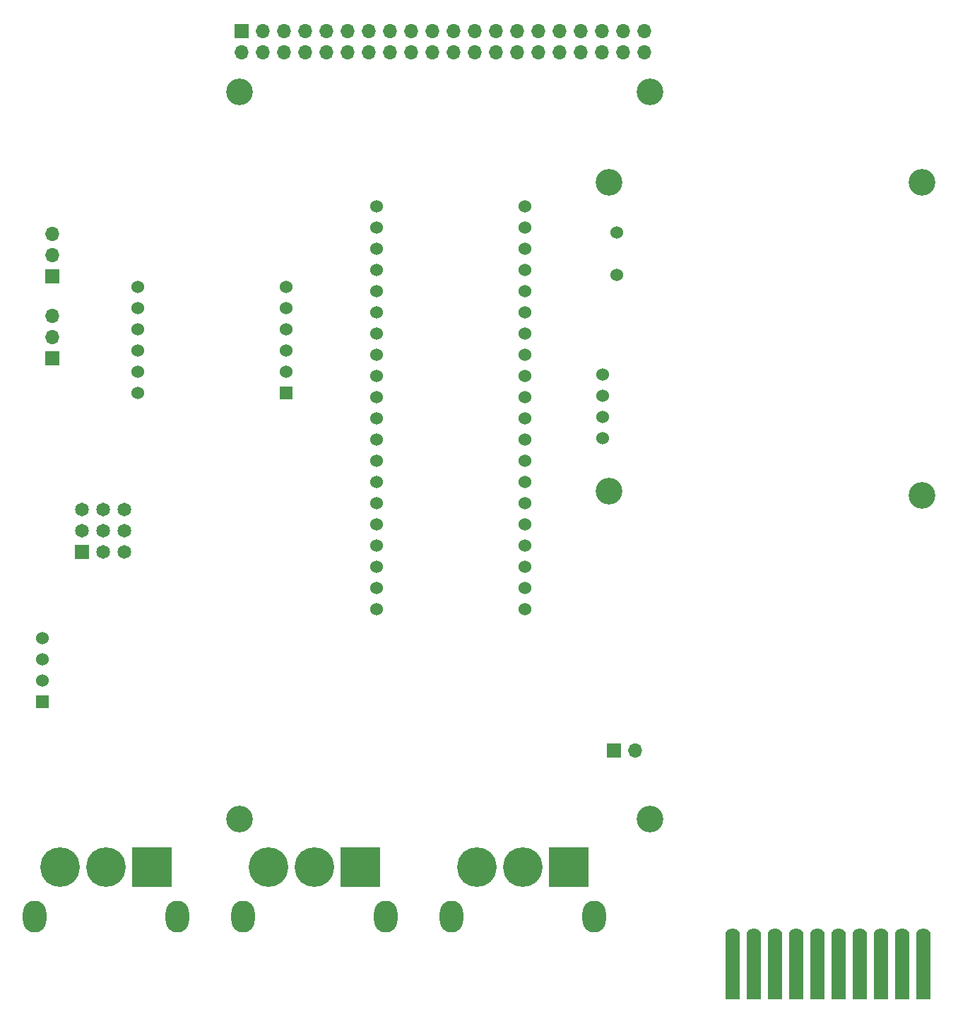
<source format=gbr>
%TF.GenerationSoftware,KiCad,Pcbnew,8.0.1*%
%TF.CreationDate,2024-04-06T23:47:00-04:00*%
%TF.ProjectId,MainBoard1 (1),4d61696e-426f-4617-9264-31202831292e,rev?*%
%TF.SameCoordinates,Original*%
%TF.FileFunction,Soldermask,Bot*%
%TF.FilePolarity,Negative*%
%FSLAX46Y46*%
G04 Gerber Fmt 4.6, Leading zero omitted, Abs format (unit mm)*
G04 Created by KiCad (PCBNEW 8.0.1) date 2024-04-06 23:47:00*
%MOMM*%
%LPD*%
G01*
G04 APERTURE LIST*
%ADD10C,3.200000*%
%ADD11R,1.651000X1.651000*%
%ADD12C,1.651000*%
%ADD13R,1.700000X1.700000*%
%ADD14O,1.700000X1.700000*%
%ADD15O,2.800000X3.800000*%
%ADD16C,4.750000*%
%ADD17R,4.750000X4.750000*%
%ADD18R,1.524000X1.524000*%
%ADD19C,1.524000*%
%ADD20C,1.780000*%
%ADD21R,1.780000X7.700000*%
G04 APERTURE END LIST*
D10*
%TO.C,H3*%
X135593400Y-138265000D03*
%TD*%
D11*
%TO.C,J4*%
X67495000Y-106280000D03*
D12*
X67495000Y-103740000D03*
X67495000Y-101200000D03*
X70035000Y-106280000D03*
X70035000Y-103740000D03*
X70035000Y-101200000D03*
X72575000Y-106280000D03*
X72575000Y-103740000D03*
X72575000Y-101200000D03*
%TD*%
D13*
%TO.C,U6*%
X63975000Y-73215000D03*
D14*
X63975000Y-70675000D03*
X63975000Y-68135000D03*
%TD*%
D15*
%TO.C,J2*%
X61828000Y-149986000D03*
X78928000Y-149986000D03*
X86828000Y-149986000D03*
X103928000Y-149986000D03*
X111798000Y-149986000D03*
X128898000Y-149986000D03*
D16*
X64878000Y-143986000D03*
X70378000Y-143986000D03*
D17*
X75878000Y-143986000D03*
D16*
X89878000Y-143986000D03*
X95378000Y-143986000D03*
D17*
X100878000Y-143986000D03*
D16*
X114848000Y-143986000D03*
X120348000Y-143986000D03*
D17*
X125848000Y-143986000D03*
%TD*%
D13*
%TO.C,U1*%
X131262200Y-130054200D03*
D14*
X133802200Y-130054200D03*
%TD*%
D13*
%TO.C,U4*%
X63950000Y-83030000D03*
D14*
X63950000Y-80490000D03*
X63950000Y-77950000D03*
%TD*%
D10*
%TO.C,H1*%
X135593400Y-51181000D03*
%TD*%
%TO.C,H2*%
X86385400Y-51181000D03*
%TD*%
D18*
%TO.C,U8*%
X91948000Y-87222000D03*
D19*
X91948000Y-84682000D03*
X91948000Y-82142000D03*
X91948000Y-79602000D03*
X91948000Y-77062000D03*
X91948000Y-74522000D03*
X74228000Y-87222000D03*
X74228000Y-84682000D03*
X74228000Y-82142000D03*
X74228000Y-79602000D03*
X74228000Y-77062000D03*
X74228000Y-74522000D03*
%TD*%
D18*
%TO.C,U7*%
X62792000Y-124182000D03*
D19*
X62792000Y-121642000D03*
X62792000Y-119102000D03*
X62792000Y-116562000D03*
%TD*%
D10*
%TO.C,H4*%
X86385400Y-138265000D03*
%TD*%
D19*
%TO.C,U2*%
X120585000Y-113157000D03*
X120585000Y-110617000D03*
X120585000Y-108077000D03*
X120585000Y-105537000D03*
X120585000Y-102997000D03*
X120585000Y-100457000D03*
X120585000Y-97917000D03*
X120585000Y-95377000D03*
X120585000Y-92837000D03*
X120585000Y-90297000D03*
X120585000Y-87757000D03*
X120585000Y-85217000D03*
X120585000Y-82677000D03*
X120585000Y-80137000D03*
X120585000Y-77597000D03*
X120585000Y-75057000D03*
X120585000Y-72517000D03*
X120585000Y-69977000D03*
X120585000Y-67437000D03*
X120585000Y-64897000D03*
X102805000Y-64897000D03*
X102805000Y-67437000D03*
X102805000Y-69977000D03*
X102805000Y-72517000D03*
X102805000Y-75057000D03*
X102805000Y-77597000D03*
X102805000Y-80137000D03*
X102805000Y-82677000D03*
X102805000Y-85217000D03*
X102805000Y-87757000D03*
X102805000Y-90297000D03*
X102805000Y-92837000D03*
X102805000Y-95377000D03*
X102805000Y-97917000D03*
X102805000Y-100457000D03*
X102805000Y-102997000D03*
X102805000Y-105537000D03*
X102805000Y-108077000D03*
X102805000Y-110617000D03*
X102805000Y-113157000D03*
%TD*%
D10*
%TO.C,U9*%
X168175000Y-61995000D03*
X130675000Y-61995000D03*
X130675000Y-98995000D03*
X168175000Y-99495000D03*
D19*
X129875000Y-85045000D03*
X129875000Y-87585000D03*
X129875000Y-90125000D03*
X129875000Y-92665000D03*
X131575000Y-73045000D03*
X131575000Y-67965000D03*
%TD*%
D20*
%TO.C,J3*%
X145468000Y-152216000D03*
D21*
X145468000Y-156046000D03*
D20*
X148008000Y-152216000D03*
D21*
X148008000Y-156046000D03*
D20*
X150548000Y-152216000D03*
D21*
X150548000Y-156046000D03*
D20*
X153088000Y-152216000D03*
D21*
X153088000Y-156046000D03*
D20*
X155628000Y-152216000D03*
D21*
X155628000Y-156046000D03*
D20*
X158168000Y-152216000D03*
D21*
X158168000Y-156046000D03*
D20*
X160708000Y-152216000D03*
D21*
X160708000Y-156046000D03*
D20*
X163248000Y-152216000D03*
D21*
X163248000Y-156046000D03*
D20*
X165788000Y-152216000D03*
D21*
X165788000Y-156046000D03*
D20*
X168328000Y-152216000D03*
D21*
X168328000Y-156046000D03*
%TD*%
D13*
%TO.C,U5*%
X86639400Y-43865800D03*
D14*
X86639400Y-46405800D03*
X89179400Y-43865800D03*
X89179400Y-46405800D03*
X91719400Y-43865800D03*
X91719400Y-46405800D03*
X94259400Y-43865800D03*
X94259400Y-46405800D03*
X96799400Y-43865800D03*
X96799400Y-46405800D03*
X99339400Y-43865800D03*
X99339400Y-46405800D03*
X101879400Y-43865800D03*
X101879400Y-46405800D03*
X104419400Y-43865800D03*
X104419400Y-46405800D03*
X106959400Y-43865800D03*
X106959400Y-46405800D03*
X109499400Y-43865800D03*
X109499400Y-46405800D03*
X112039400Y-43865800D03*
X112039400Y-46405800D03*
X114579400Y-43865800D03*
X114579400Y-46405800D03*
X117119400Y-43865800D03*
X117119400Y-46405800D03*
X119659400Y-43865800D03*
X119659400Y-46405800D03*
X122199400Y-43865800D03*
X122199400Y-46405800D03*
X124739400Y-43865800D03*
X124739400Y-46405800D03*
X127279400Y-43865800D03*
X127279400Y-46405800D03*
X129819400Y-43865800D03*
X129819400Y-46405800D03*
X132359400Y-43865800D03*
X132359400Y-46405800D03*
X134899400Y-43865800D03*
X134899400Y-46405800D03*
%TD*%
M02*

</source>
